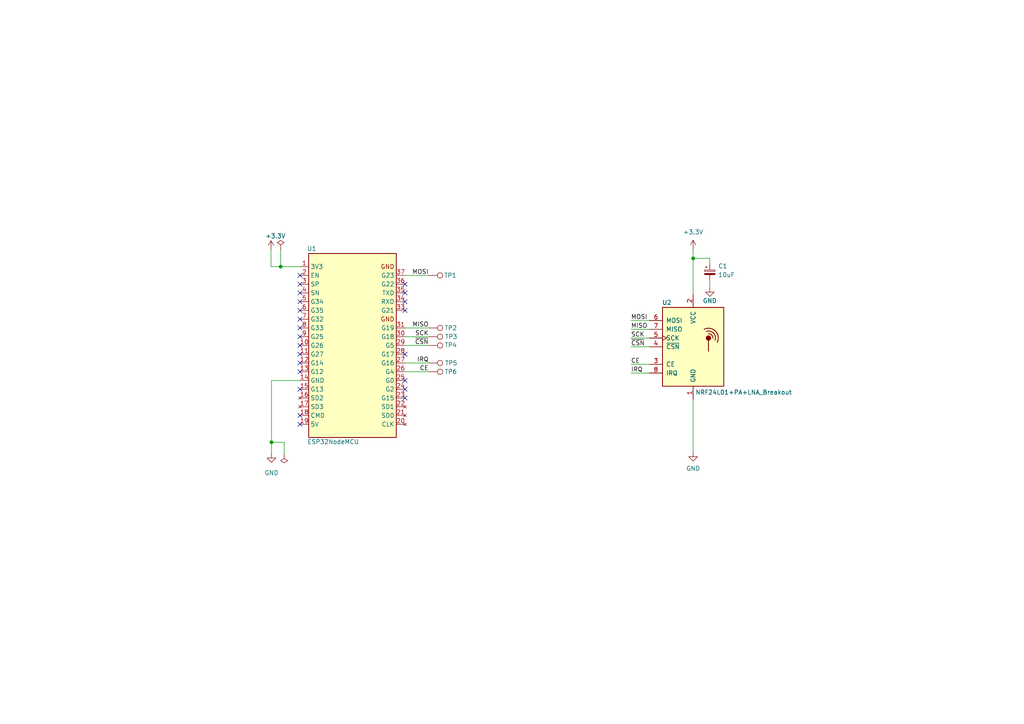
<source format=kicad_sch>
(kicad_sch (version 20211123) (generator eeschema)
  (paper "A4")
  (lib_symbols
    (symbol "Connector:TestPoint" (pin_numbers hide) (pin_names (offset 0.762) hide)
      (property "Reference" "TP" (at 0 6.858 0))
      (property "Value" "TestPoint" (at 0 5.08 0))
      (symbol "TestPoint_0_1"
        (circle (center 0 3.302) (radius 0.762))
      )
      (symbol "TestPoint_1_1"
        (pin passive line (at 0 0 90) (length 2.54) (name "1") (number "1"))
      )
    )
    (symbol "Device:C_Polarized_Small" (pin_numbers hide) (pin_names (offset 0.254) hide)
      (property "Reference" "C" (at 0.254 1.778 0))
      (property "Value" "C_Polarized_Small" (at 0.254 -2.032 0))
      (symbol "C_Polarized_Small_0_1"
        (rectangle (start -1.524 -0.3048) (end 1.524 -0.6858) (fill (type outline)))
        (rectangle (start -1.524 0.6858) (end 1.524 0.3048))
        (polyline (pts (xy -1.27 1.524) (xy -0.762 1.524)))
        (polyline (pts (xy -1.016 1.27) (xy -1.016 1.778)))
      )
      (symbol "C_Polarized_Small_1_1"
        (pin passive line (at 0 2.54 270) (length 1.8542) (name "~") (number "1"))
        (pin passive line (at 0 -2.54 90) (length 1.8542) (name "~") (number "2"))
      )
    )
    (symbol "ESP32-NodeMCU_WROOM_32:ESP32NodeMCU"
      (property "Reference" "U" (at -11.43 27.94 0))
      (property "Value" "ESP32NodeMCU" (at 3.81 27.94 0))
      (symbol "ESP32NodeMCU_0_0"
        (text "GND" (at 11.43 7.62 0) (effects (font (size 1.27 1.27))))
        (text "GND" (at 11.43 22.86 0) (effects (font (size 1.27 1.27))))
      )
      (symbol "ESP32NodeMCU_0_1"
        (rectangle (start -11.43 26.67) (end 13.97 -26.67) (stroke (width 0.254)) (fill (type background)))
      )
      (symbol "ESP32NodeMCU_1_1"
        (pin power_in line (at -13.97 22.86 0) (length 2.54) (name "3V3") (number "1"))
        (pin bidirectional line (at -13.97 0 0) (length 2.54) (name "G26") (number "10"))
        (pin bidirectional line (at -13.97 -2.54 0) (length 2.54) (name "G27") (number "11"))
        (pin bidirectional line (at -13.97 -5.08 0) (length 2.54) (name "G14") (number "12"))
        (pin bidirectional line (at -13.97 -7.62 0) (length 2.54) (name "G12") (number "13"))
        (pin power_in line (at -13.97 -10.16 0) (length 2.54) (name "GND") (number "14"))
        (pin bidirectional line (at -13.97 -12.7 0) (length 2.54) (name "G13") (number "15"))
        (pin no_connect line (at -13.97 -15.24 0) (length 2.54) (name "SD2") (number "16"))
        (pin no_connect line (at -13.97 -17.78 0) (length 2.54) (name "SD3") (number "17"))
        (pin input line (at -13.97 -20.32 0) (length 2.54) (name "CMD") (number "18"))
        (pin power_in line (at -13.97 -22.86 0) (length 2.54) (name "5V") (number "19"))
        (pin input line (at -13.97 20.32 0) (length 2.54) (name "EN") (number "2"))
        (pin no_connect line (at 16.51 -22.86 180) (length 2.54) (name "CLK") (number "20"))
        (pin no_connect line (at 16.51 -20.32 180) (length 2.54) (name "SD0") (number "21"))
        (pin no_connect line (at 16.51 -17.78 180) (length 2.54) (name "SD1") (number "22"))
        (pin bidirectional line (at 16.51 -15.24 180) (length 2.54) (name "G15") (number "23"))
        (pin bidirectional line (at 16.51 -12.7 180) (length 2.54) (name "G2") (number "24"))
        (pin bidirectional line (at 16.51 -10.16 180) (length 2.54) (name "G0") (number "25"))
        (pin bidirectional line (at 16.51 -7.62 180) (length 2.54) (name "G4") (number "26"))
        (pin bidirectional line (at 16.51 -5.08 180) (length 2.54) (name "G16") (number "27"))
        (pin bidirectional line (at 16.51 -2.54 180) (length 2.54) (name "G17") (number "28"))
        (pin bidirectional line (at 16.51 0 180) (length 2.54) (name "G5") (number "29"))
        (pin bidirectional line (at -13.97 17.78 0) (length 2.54) (name "SP") (number "3"))
        (pin bidirectional line (at 16.51 2.54 180) (length 2.54) (name "G18") (number "30"))
        (pin bidirectional line (at 16.51 5.08 180) (length 2.54) (name "G19") (number "31"))
        (pin passive line (at -13.97 -10.16 0) (length 2.54) hide (name "GND") (number "32"))
        (pin bidirectional line (at 16.51 10.16 180) (length 2.54) (name "G21") (number "33"))
        (pin bidirectional line (at 16.51 12.7 180) (length 2.54) (name "RXD") (number "34"))
        (pin bidirectional line (at 16.51 15.24 180) (length 2.54) (name "TXD") (number "35"))
        (pin bidirectional line (at 16.51 17.78 180) (length 2.54) (name "G22") (number "36"))
        (pin bidirectional line (at 16.51 20.32 180) (length 2.54) (name "G23") (number "37"))
        (pin passive line (at -13.97 -10.16 0) (length 2.54) hide (name "GND") (number "38"))
        (pin bidirectional line (at -13.97 15.24 0) (length 2.54) (name "SN") (number "4"))
        (pin input line (at -13.97 12.7 0) (length 2.54) (name "G34") (number "5"))
        (pin input line (at -13.97 10.16 0) (length 2.54) (name "G35") (number "6"))
        (pin bidirectional line (at -13.97 7.62 0) (length 2.54) (name "G32") (number "7"))
        (pin bidirectional line (at -13.97 5.08 0) (length 2.54) (name "G33") (number "8"))
        (pin bidirectional line (at -13.97 2.54 0) (length 2.54) (name "G25") (number "9"))
      )
    )
    (symbol "nRF24L01+PA+LNA:NRF24L01+PA+LNA_Breakout" (pin_names (offset 1.016))
      (property "Reference" "U" (at -8.89 12.7 0))
      (property "Value" "NRF24L01+PA+LNA_Breakout" (at 3.81 12.7 0))
      (symbol "NRF24L01+PA+LNA_Breakout_0_1"
        (rectangle (start -8.89 11.43) (end 8.89 -11.43) (stroke (width 0.254)) (fill (type background)))
        (polyline (pts (xy 4.445 1.905) (xy 4.445 -1.27)) (stroke (width 0.254)))
        (circle (center 4.445 2.54) (radius 0.635) (stroke (width 0.254)) (fill (type outline)))
        (arc (start 5.715 2.54) (mid 5.3521 3.4546) (end 4.445 3.81) (stroke (width 0.254)))
        (arc (start 6.35 1.905) (mid 5.8763 3.9854) (end 3.81 4.445) (stroke (width 0.254)))
        (arc (start 6.985 1.27) (mid 6.453 4.548) (end 3.175 5.08) (stroke (width 0.254)))
      )
      (symbol "NRF24L01+PA+LNA_Breakout_1_1"
        (pin power_in line (at 0 -15.24 90) (length 3.81) (name "GND") (number "1"))
        (pin power_in line (at 0 15.24 270) (length 3.81) (name "VCC") (number "2"))
        (pin input line (at -12.7 -5.08 0) (length 3.81) (name "CE") (number "3"))
        (pin input line (at -12.7 0 0) (length 3.81) (name "~{CSN}") (number "4"))
        (pin input clock (at -12.7 2.54 0) (length 3.81) (name "SCK") (number "5"))
        (pin input line (at -12.7 7.62 0) (length 3.81) (name "MOSI") (number "6"))
        (pin output line (at -12.7 5.08 0) (length 3.81) (name "MISO") (number "7"))
        (pin output line (at -12.7 -7.62 0) (length 3.81) (name "IRQ") (number "8"))
      )
    )
    (symbol "power:+3.3V" (power) (pin_names (offset 0))
      (property "Value" "+3.3V" (at 0 3.556 0))
      (symbol "+3.3V_0_1"
        (polyline (pts (xy -0.762 1.27) (xy 0 2.54)))
        (polyline (pts (xy 0 0) (xy 0 2.54)))
        (polyline (pts (xy 0 2.54) (xy 0.762 1.27)))
      )
      (symbol "+3.3V_1_1"
        (pin power_in line (at 0 0 90) (length 0) hide (name "+3.3V") (number "1"))
      )
    )
    (symbol "power:GND" (power) (pin_names (offset 0))
      (property "Value" "GND" (at 0 -3.81 0))
      (symbol "GND_0_1"
        (polyline (pts (xy 0 0) (xy 0 -1.27) (xy 1.27 -1.27) (xy 0 -2.54) (xy -1.27 -1.27) (xy 0 -1.27)))
      )
      (symbol "GND_1_1"
        (pin power_in line (at 0 0 270) (length 0) hide (name "GND") (number "1"))
      )
    )
    (symbol "power:PWR_FLAG" (power) (pin_numbers hide) (pin_names (offset 0) hide)
      (property "Value" "PWR_FLAG" (at 0 3.81 0))
      (symbol "PWR_FLAG_0_0"
        (pin power_out line (at 0 0 90) (length 0) (name "pwr") (number "1"))
      )
      (symbol "PWR_FLAG_0_1"
        (polyline (pts (xy 0 0) (xy 0 1.27) (xy -1.016 1.905) (xy 0 2.54) (xy 1.016 1.905) (xy 0 1.27)))
      )
    )
  )
  (junction (at 81.407 77.343))
  (junction (at 201.041 74.93))
  (junction (at 78.74 128.27))
  (no_connect (at 86.995 123.063))
  (no_connect (at 86.995 120.523))
  (no_connect (at 86.995 107.823))
  (no_connect (at 86.995 79.883))
  (no_connect (at 86.995 92.583))
  (no_connect (at 86.995 90.043))
  (no_connect (at 86.995 87.503))
  (no_connect (at 86.995 84.963))
  (no_connect (at 86.995 82.423))
  (no_connect (at 117.475 90.043))
  (no_connect (at 117.475 84.963))
  (no_connect (at 117.475 87.503))
  (no_connect (at 117.475 82.423))
  (no_connect (at 117.475 102.743))
  (no_connect (at 117.475 110.363))
  (no_connect (at 117.475 112.903))
  (no_connect (at 117.475 115.443))
  (no_connect (at 86.995 112.903))
  (no_connect (at 86.995 105.283))
  (no_connect (at 86.995 102.743))
  (no_connect (at 86.995 100.203))
  (no_connect (at 86.995 97.663))
  (no_connect (at 86.995 95.123))
  (wire (pts (xy 117.475 79.883) (xy 124.333 79.883)))
  (wire (pts (xy 117.475 105.283) (xy 124.333 105.283)))
  (wire (pts (xy 205.867 74.93) (xy 201.041 74.93)))
  (wire (pts (xy 183.007 100.584) (xy 188.341 100.584)))
  (wire (pts (xy 117.475 97.663) (xy 124.333 97.663)))
  (wire (pts (xy 78.74 110.363) (xy 86.995 110.363)))
  (wire (pts (xy 78.74 131.572) (xy 78.74 128.27)))
  (wire (pts (xy 117.475 95.123) (xy 124.333 95.123)))
  (wire (pts (xy 78.74 128.27) (xy 78.74 110.363)))
  (wire (pts (xy 205.867 76.454) (xy 205.867 74.93)))
  (wire (pts (xy 183.007 98.044) (xy 188.341 98.044)))
  (wire (pts (xy 117.475 107.823) (xy 124.333 107.823)))
  (wire (pts (xy 183.007 108.204) (xy 188.341 108.204)))
  (wire (pts (xy 205.867 81.534) (xy 205.867 83.439)))
  (wire (pts (xy 78.613 72.39) (xy 78.613 77.343)))
  (wire (pts (xy 201.041 115.824) (xy 201.041 131.191)))
  (wire (pts (xy 183.007 95.504) (xy 188.341 95.504)))
  (wire (pts (xy 183.007 105.664) (xy 188.341 105.664)))
  (wire (pts (xy 117.475 100.203) (xy 124.333 100.203)))
  (wire (pts (xy 81.407 77.343) (xy 86.995 77.343)))
  (wire (pts (xy 201.041 85.344) (xy 201.041 74.93)))
  (wire (pts (xy 81.407 72.263) (xy 81.407 77.343)))
  (wire (pts (xy 201.041 74.93) (xy 201.041 72.263)))
  (wire (pts (xy 82.423 128.27) (xy 78.74 128.27)))
  (wire (pts (xy 183.007 92.964) (xy 188.341 92.964)))
  (wire (pts (xy 78.613 77.343) (xy 81.407 77.343)))
  (wire (pts (xy 82.423 131.699) (xy 82.423 128.27)))
  (label "CE" (at 124.333 107.823 180))
  (label "IRQ" (at 124.333 105.283 180))
  (label "~{CSN}" (at 124.333 100.203 180))
  (label "MISO" (at 124.333 95.123 180))
  (label "SCK" (at 183.007 98.044 0))
  (label "MOSI" (at 183.007 92.964 0))
  (label "~{CSN}" (at 183.007 100.584 0))
  (label "MOSI" (at 124.333 79.883 180))
  (label "MISO" (at 183.007 95.504 0))
  (label "CE" (at 183.007 105.664 0))
  (label "IRQ" (at 183.007 108.204 0))
  (label "SCK" (at 124.333 97.663 180))
  (symbol (lib_id "ESP32-NodeMCU_WROOM_32:ESP32NodeMCU") (at 100.965 100.203 0) (unit 1)
    (property "Reference" "U1" (at 90.424 72.136 0))
    (property "Value" "ESP32NodeMCU" (at 96.647 128.143 0))
    (property "Footprint" "ESP32-NodeMCU_WROOM_32:ESP32-NodeMCU_WROOM_32" (effects hide))
  )
  (symbol (lib_id "Connector:TestPoint") (at 124.333 95.123 270) (unit 1)
    (property "Reference" "TP2" (at 128.905 95.123 90) (effects (justify left)))
    (property "Value" "TestPoint" (effects hide))
    (property "Footprint" "TestPoint:TestPoint_THTPad_D1.5mm_Drill0.7mm" (effects hide))
  )
  (symbol (lib_id "power:GND") (at 201.041 131.191 0) (unit 1)
    (property "Reference" "#PWR04" (effects hide))
    (property "Value" "GND" (at 201.041 135.89 0))
  )
  (symbol (lib_id "power:GND") (at 78.74 131.572 0) (unit 1)
    (property "Reference" "#PWR02" (effects hide))
    (property "Value" "GND" (at 78.74 137.16 0))
  )
  (symbol (lib_id "Device:C_Polarized_Small") (at 205.867 78.994 0) (unit 1)
    (property "Reference" "C1" (at 208.28 77.1778 0) (effects (justify left)))
    (property "Value" "10uF" (at 208.28 79.7178 0) (effects (justify left)))
    (property "Footprint" "Capacitor_THT:CP_Radial_D5.0mm_P2.50mm" (effects hide))
    (property "Manf" "https://www.reichelt.de/de/de/elko-radial-10-f-25-v-105-4-x-7-mm-rm-2-5-ga-a-10u-25-3-p228366.html?r=1" (effects hide))
  )
  (symbol (lib_id "power:PWR_FLAG") (at 81.407 72.263 0) (unit 1)
    (property "Reference" "#FLG0101" (effects hide))
    (property "Value" "PWR_FLAG" (effects hide))
  )
  (symbol (lib_id "Connector:TestPoint") (at 124.333 107.823 270) (unit 1)
    (property "Reference" "TP6" (at 128.905 107.823 90) (effects (justify left)))
    (property "Value" "TestPoint" (effects hide))
    (property "Footprint" "TestPoint:TestPoint_THTPad_D1.5mm_Drill0.7mm" (effects hide))
  )
  (symbol (lib_id "Connector:TestPoint") (at 124.333 97.663 270) (unit 1)
    (property "Reference" "TP3" (at 129.032 97.663 90) (effects (justify left)))
    (property "Value" "TestPoint" (effects hide))
    (property "Footprint" "TestPoint:TestPoint_THTPad_D1.5mm_Drill0.7mm" (effects hide))
  )
  (symbol (lib_id "nRF24L01+PA+LNA:NRF24L01+PA+LNA_Breakout") (at 201.041 100.584 0) (unit 1)
    (property "Reference" "U2" (at 192.024 87.757 0) (effects (justify left)))
    (property "Value" "NRF24L01+PA+LNA_Breakout" (at 201.676 113.792 0) (effects (justify left)))
    (property "Footprint" "nRF24L01+PA+LNA_Breakout:nRF24L01+PA+LNA_Breakout" (effects hide))
    (property "Datasheet" "http://www.nordicsemi.com/eng/content/download/2730/34105/file/nRF24L01_Product_Specification_v2_0.pdf" (effects hide))
  )
  (symbol (lib_id "Connector:TestPoint") (at 124.333 79.883 270) (unit 1)
    (property "Reference" "TP1" (at 128.778 79.883 90) (effects (justify left)))
    (property "Value" "TestPoint" (effects hide))
    (property "Footprint" "TestPoint:TestPoint_THTPad_D1.5mm_Drill0.7mm" (effects hide))
  )
  (symbol (lib_id "power:+3.3V") (at 78.613 72.39 0) (unit 1)
    (property "Reference" "#PWR01" (effects hide))
    (property "Value" "+3.3V" (at 79.883 68.453 0))
  )
  (symbol (lib_id "power:+3.3V") (at 201.041 72.263 0) (unit 1)
    (property "Reference" "#PWR03" (effects hide))
    (property "Value" "+3.3V" (at 201.041 67.31 0))
  )
  (symbol (lib_id "Connector:TestPoint") (at 124.333 105.283 270) (unit 1)
    (property "Reference" "TP5" (at 129.032 105.283 90) (effects (justify left)))
    (property "Value" "TestPoint" (effects hide))
    (property "Footprint" "TestPoint:TestPoint_THTPad_D1.5mm_Drill0.7mm" (effects hide))
  )
  (symbol (lib_id "Connector:TestPoint") (at 124.333 100.203 270) (unit 1)
    (property "Reference" "TP4" (at 128.905 100.076 90) (effects (justify left)))
    (property "Value" "TestPoint" (effects hide))
    (property "Footprint" "TestPoint:TestPoint_THTPad_D1.5mm_Drill0.7mm" (effects hide))
  )
  (symbol (lib_id "power:PWR_FLAG") (at 82.423 131.699 180) (unit 1)
    (property "Reference" "#FLG0102" (effects hide))
    (property "Value" "PWR_FLAG" (effects hide))
  )
  (symbol (lib_id "power:GND") (at 205.867 83.439 0) (unit 1)
    (property "Reference" "#PWR05" (effects hide))
    (property "Value" "GND" (at 205.867 87.249 0))
  )
)
</source>
